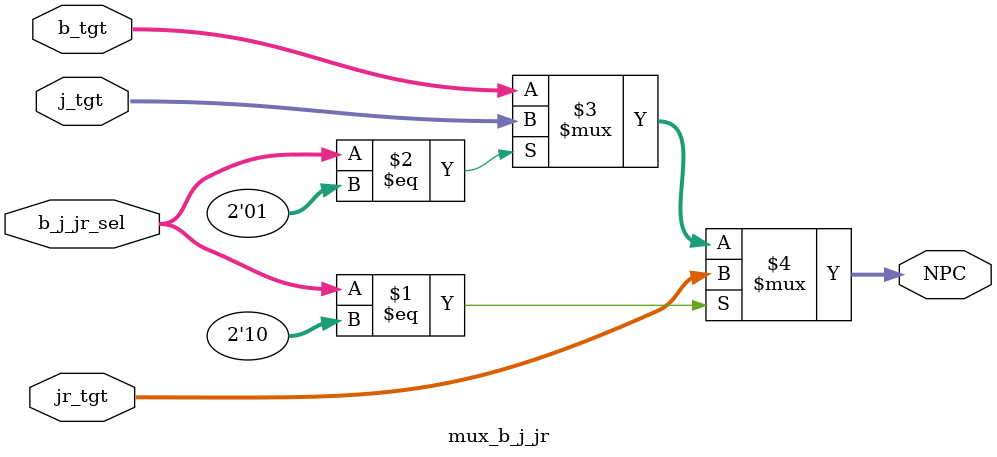
<source format=v>
`timescale 1ns / 1ps
`define F 31:0

module mux_Wreg(input [4:0] rt, rd, 
					 input [1:0] Wreg_sel, 
					 output[4:0] Wreg);
	
	assign Wreg=(Wreg_sel == 0)?rt:
					(Wreg_sel == 1)?rd:
					(Wreg_sel == 2)?31:0;
endmodule

module mux_ALU_B(input [`F] RT_E, EXT_E, 
					  input ALU_B_sel, 
					  output[`F] AluB);
					  
	assign AluB=(ALU_B_sel == 0)?RT_E:
					(ALU_B_sel == 1)?EXT_E:0;
endmodule

module mux_Wdata(input [`F] ALUOUT, XEXTOUT, PC8,XALUOUT,
					  input [1:0] Wdata_sel,//´ýÔö¼Ó
					  output[`F] Wdata);
					  
	assign Wdata=(Wdata_sel == 0)?ALUOUT:
					 (Wdata_sel == 1)?XEXTOUT:
					 (Wdata_sel == 2)?PC8:
					 (Wdata_sel == 3)?XALUOUT:0;
endmodule

module mux_PC(input [`F] PC4, b_j_jr_tgt,
				  input PC_sel,
				  output[`F] npc);
				  
	 assign npc=(PC_sel == 0)?PC4:
					(PC_sel == 1)?b_j_jr_tgt:0;
endmodule

module mux_b_j_jr(input [`F] b_tgt, j_tgt, jr_tgt,
						input [1:0] b_j_jr_sel,
						output[`F] NPC);
						
	assign NPC=(b_j_jr_sel == 2)?jr_tgt:
				  (b_j_jr_sel == 1)?j_tgt:b_tgt;
endmodule


</source>
